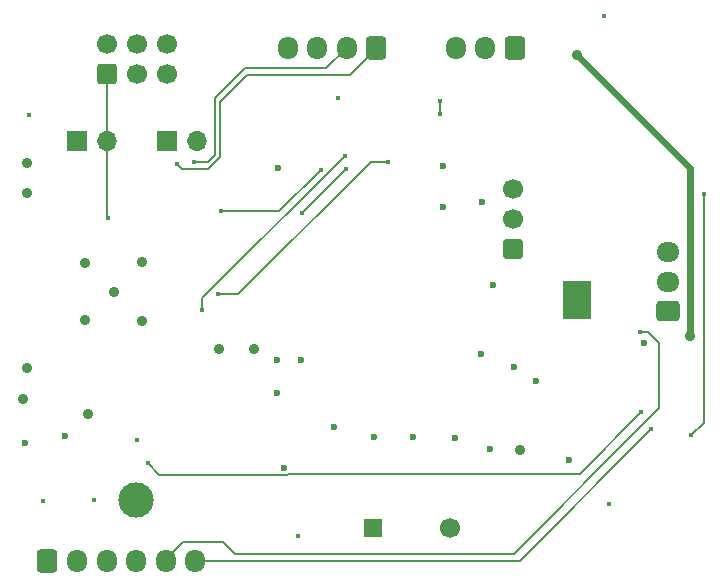
<source format=gbr>
%TF.GenerationSoftware,KiCad,Pcbnew,9.0.0-rc1*%
%TF.CreationDate,2025-03-28T12:21:10+01:00*%
%TF.ProjectId,Robobuoy-Top-Round-v2_0,526f626f-6275-46f7-992d-546f702d526f,rev?*%
%TF.SameCoordinates,Original*%
%TF.FileFunction,Copper,L4,Bot*%
%TF.FilePolarity,Positive*%
%FSLAX46Y46*%
G04 Gerber Fmt 4.6, Leading zero omitted, Abs format (unit mm)*
G04 Created by KiCad (PCBNEW 9.0.0-rc1) date 2025-03-28 12:21:10*
%MOMM*%
%LPD*%
G01*
G04 APERTURE LIST*
G04 Aperture macros list*
%AMRoundRect*
0 Rectangle with rounded corners*
0 $1 Rounding radius*
0 $2 $3 $4 $5 $6 $7 $8 $9 X,Y pos of 4 corners*
0 Add a 4 corners polygon primitive as box body*
4,1,4,$2,$3,$4,$5,$6,$7,$8,$9,$2,$3,0*
0 Add four circle primitives for the rounded corners*
1,1,$1+$1,$2,$3*
1,1,$1+$1,$4,$5*
1,1,$1+$1,$6,$7*
1,1,$1+$1,$8,$9*
0 Add four rect primitives between the rounded corners*
20,1,$1+$1,$2,$3,$4,$5,0*
20,1,$1+$1,$4,$5,$6,$7,0*
20,1,$1+$1,$6,$7,$8,$9,0*
20,1,$1+$1,$8,$9,$2,$3,0*%
G04 Aperture macros list end*
%TA.AperFunction,ComponentPad*%
%ADD10RoundRect,0.250000X0.600000X-0.600000X0.600000X0.600000X-0.600000X0.600000X-0.600000X-0.600000X0*%
%TD*%
%TA.AperFunction,ComponentPad*%
%ADD11C,1.700000*%
%TD*%
%TA.AperFunction,ComponentPad*%
%ADD12C,3.000000*%
%TD*%
%TA.AperFunction,ComponentPad*%
%ADD13R,1.700000X1.700000*%
%TD*%
%TA.AperFunction,ComponentPad*%
%ADD14O,1.700000X1.700000*%
%TD*%
%TA.AperFunction,ComponentPad*%
%ADD15R,1.650000X1.650000*%
%TD*%
%TA.AperFunction,ComponentPad*%
%ADD16RoundRect,0.250000X-0.600000X-0.725000X0.600000X-0.725000X0.600000X0.725000X-0.600000X0.725000X0*%
%TD*%
%TA.AperFunction,ComponentPad*%
%ADD17O,1.700000X1.950000*%
%TD*%
%TA.AperFunction,ComponentPad*%
%ADD18RoundRect,0.250000X0.725000X-0.600000X0.725000X0.600000X-0.725000X0.600000X-0.725000X-0.600000X0*%
%TD*%
%TA.AperFunction,ComponentPad*%
%ADD19O,1.950000X1.700000*%
%TD*%
%TA.AperFunction,ComponentPad*%
%ADD20RoundRect,0.250000X0.600000X0.725000X-0.600000X0.725000X-0.600000X-0.725000X0.600000X-0.725000X0*%
%TD*%
%TA.AperFunction,ComponentPad*%
%ADD21RoundRect,0.206250X0.618750X-0.618750X0.618750X0.618750X-0.618750X0.618750X-0.618750X-0.618750X0*%
%TD*%
%TA.AperFunction,HeatsinkPad*%
%ADD22C,0.500000*%
%TD*%
%TA.AperFunction,HeatsinkPad*%
%ADD23R,2.400000X3.200000*%
%TD*%
%TA.AperFunction,ViaPad*%
%ADD24C,0.450000*%
%TD*%
%TA.AperFunction,ViaPad*%
%ADD25C,0.900000*%
%TD*%
%TA.AperFunction,ViaPad*%
%ADD26C,0.600000*%
%TD*%
%TA.AperFunction,Conductor*%
%ADD27C,0.200000*%
%TD*%
%TA.AperFunction,Conductor*%
%ADD28C,0.600000*%
%TD*%
G04 APERTURE END LIST*
D10*
%TO.P,J101,1,Pin_1*%
%TO.N,EN*%
X-13467000Y17535500D03*
D11*
%TO.P,J101,2,Pin_2*%
%TO.N,+3.3V*%
X-13467000Y20075500D03*
%TO.P,J101,3,Pin_3*%
%TO.N,TX*%
X-10927000Y17535500D03*
%TO.P,J101,4,Pin_4*%
%TO.N,GND*%
X-10927000Y20075500D03*
%TO.P,J101,5,Pin_5*%
%TO.N,RX*%
X-8387000Y17535500D03*
%TO.P,J101,6,Pin_6*%
%TO.N,DR0*%
X-8387000Y20075500D03*
%TD*%
D12*
%TO.P,TP203,1,1*%
%TO.N,GND*%
X-11049000Y-18491200D03*
%TD*%
D13*
%TO.P,SW101,1,1*%
%TO.N,GND*%
X-8382000Y11938000D03*
D14*
%TO.P,SW101,2,2*%
%TO.N,DR0*%
X-5842000Y11938000D03*
%TD*%
D13*
%TO.P,SW102,1,1*%
%TO.N,GND*%
X-16007000Y11938000D03*
D14*
%TO.P,SW102,2,2*%
%TO.N,EN*%
X-13467000Y11938000D03*
%TD*%
D15*
%TO.P,BZ101,1,+*%
%TO.N,+3.3V*%
X9038000Y-20828000D03*
D11*
%TO.P,BZ101,2,-*%
%TO.N,Net-(BZ101--)*%
X15538000Y-20828000D03*
%TD*%
D16*
%TO.P,J103,1,Pin_1*%
%TO.N,Net-(J103-Pin_1)*%
X-18502000Y-23622000D03*
D17*
%TO.P,J103,2,Pin_2*%
%TO.N,Net-(J103-Pin_2)*%
X-16002000Y-23622000D03*
%TO.P,J103,3,Pin_3*%
%TO.N,+3.3V*%
X-13502000Y-23622000D03*
%TO.P,J103,4,Pin_4*%
%TO.N,GND*%
X-11002000Y-23622000D03*
%TO.P,J103,5,Pin_5*%
%TO.N,/CPU/ON*%
X-8502000Y-23622000D03*
%TO.P,J103,6,Pin_6*%
%TO.N,Net-(J103-Pin_6)*%
X-6002000Y-23622000D03*
%TD*%
D18*
%TO.P,J201,1,Pin_1*%
%TO.N,Vbatt*%
X34000000Y-2500000D03*
D19*
%TO.P,J201,2,Pin_2*%
%TO.N,/CPU/COM*%
X34000000Y0D03*
%TO.P,J201,3,Pin_3*%
%TO.N,GND*%
X34000000Y2500000D03*
%TD*%
D20*
%TO.P,J104,1,Pin_1*%
%TO.N,/CPU/TX_GPS*%
X9338000Y19795000D03*
D17*
%TO.P,J104,2,Pin_2*%
%TO.N,/CPU/RX_GPS*%
X6838000Y19795000D03*
%TO.P,J104,3,Pin_3*%
%TO.N,+3.3V*%
X4338000Y19795000D03*
%TO.P,J104,4,Pin_4*%
%TO.N,GND*%
X1838000Y19795000D03*
%TD*%
D21*
%TO.P,SW201,1*%
%TO.N,Vbatt*%
X20924000Y2794000D03*
D11*
%TO.P,SW201,2*%
%TO.N,Net-(R205-Pad1)*%
X20924000Y5334000D03*
%TO.P,SW201,3*%
%TO.N,unconnected-(SW201-Pad3)*%
X20924000Y7874000D03*
%TD*%
D22*
%TO.P,U201,9,PAD*%
%TO.N,GND*%
X27300000Y-2912000D03*
X27300000Y-1562000D03*
X27300000Y-212000D03*
D23*
X26350000Y-1562000D03*
D22*
X25400000Y-2912000D03*
X25400000Y-1562000D03*
X25400000Y-212000D03*
%TD*%
D20*
%TO.P,J202,1,Pin_1*%
%TO.N,Net-(D201-A)*%
X21082000Y19812000D03*
D17*
%TO.P,J202,2,Pin_2*%
%TO.N,Net-(D203-A)*%
X18582000Y19812000D03*
%TO.P,J202,3,Pin_3*%
%TO.N,GND*%
X16082000Y19812000D03*
%TD*%
D24*
%TO.N,/CPU/COM*%
X-10033000Y-15367000D03*
X31750000Y-11049000D03*
%TO.N,+3.3V*%
X14705468Y14143068D03*
D25*
X21488400Y-14224000D03*
D24*
X14706600Y15245000D03*
D25*
X26350000Y19166800D03*
X-15036800Y-11252200D03*
X35915600Y-4622800D03*
%TO.N,GND*%
X-15341600Y-3276600D03*
X-10464800Y-3302000D03*
D24*
X-14605000Y-18491200D03*
X-20066000Y14097000D03*
D26*
X18288000Y6731000D03*
X20955000Y-7239000D03*
D25*
X-20243800Y-7340600D03*
D24*
X-10896600Y-13436600D03*
D25*
X-15341600Y1600200D03*
D26*
X970000Y-6604000D03*
X970000Y-9448800D03*
D25*
X-1016000Y-5715000D03*
D26*
X32004000Y-5207000D03*
X2970000Y-6654800D03*
X18999200Y-14173200D03*
D25*
X-20243000Y7493800D03*
D24*
X28600400Y22479000D03*
X29032200Y-18872200D03*
D26*
X25654000Y-15113000D03*
X16002000Y-13208000D03*
D25*
X-3962400Y-5715000D03*
D26*
X5715000Y-12319000D03*
X-20447000Y-13639800D03*
X12446000Y-13159000D03*
X-17043400Y-13106400D03*
D24*
X-18846800Y-18567400D03*
D26*
X22860000Y-8382000D03*
D25*
X-20243000Y10006800D03*
X-12898000Y-860000D03*
D26*
X19177000Y-286000D03*
X18161000Y-6096000D03*
X14986000Y9779000D03*
X14986000Y6350000D03*
D25*
X-10490200Y1625600D03*
D26*
X9144000Y-13159000D03*
D25*
X-20612100Y-9944100D03*
D26*
X1524000Y-15748000D03*
D24*
X6121400Y15519400D03*
D26*
X1016000Y9652000D03*
D24*
X2743200Y-21564600D03*
%TO.N,EN*%
X-13411200Y5359400D03*
%TO.N,/CPU/Vsamp*%
X10325100Y10147300D03*
X-4038600Y-1066800D03*
%TO.N,Net-(D105-DOUT)*%
X36017200Y-13030200D03*
X37084000Y7391400D03*
%TO.N,/CPU/TX_GPS*%
X-7518400Y9931400D03*
%TO.N,/CPU/RX_GPS*%
X-6070600Y10109200D03*
%TO.N,/CPU/VbatEn*%
X-5410200Y-2413000D03*
X6680200Y10668000D03*
%TO.N,/CPU/RADIO_1*%
X-3784600Y5943600D03*
X4622800Y9474200D03*
%TO.N,/CPU/RADIO_2*%
X3048000Y5816600D03*
X6756400Y9525000D03*
%TO.N,/CPU/ON*%
X31623000Y-4241800D03*
%TO.N,Net-(J103-Pin_6)*%
X32562800Y-12522200D03*
%TD*%
D27*
%TO.N,/CPU/COM*%
X-10033000Y-15367000D02*
X-9906000Y-15367000D01*
X1772943Y-16349000D02*
X-9051000Y-16349000D01*
X1865943Y-16256000D02*
X1772943Y-16349000D01*
X19939000Y-16256000D02*
X1865943Y-16256000D01*
X26543000Y-16256000D02*
X19939000Y-16256000D01*
X-9051000Y-16349000D02*
X-10033000Y-15367000D01*
X31750000Y-11049000D02*
X26543000Y-16256000D01*
%TO.N,/CPU/ON*%
X33274000Y-5207000D02*
X33274000Y-10744200D01*
X33274000Y-10744200D02*
X31089600Y-12928600D01*
X31623000Y-4241800D02*
X32308800Y-4241800D01*
X32308800Y-4241800D02*
X33274000Y-5207000D01*
D28*
%TO.N,+3.3V*%
X35915600Y-4622800D02*
X35915600Y9601200D01*
D27*
X14706600Y14144200D02*
X14705468Y14143068D01*
X14706600Y15245000D02*
X14706600Y14144200D01*
D28*
X35915600Y9601200D02*
X26350000Y19166800D01*
D27*
%TO.N,EN*%
X-13467000Y5415200D02*
X-13411200Y5359400D01*
X-13467000Y17535500D02*
X-13467000Y11938000D01*
X-13467000Y11938000D02*
X-13467000Y5415200D01*
%TO.N,/CPU/Vsamp*%
X-4038600Y-1066800D02*
X-2336800Y-1066800D01*
X8877300Y10147300D02*
X10325100Y10147300D01*
X-2336800Y-1066800D02*
X8877300Y10147300D01*
%TO.N,Net-(D105-DOUT)*%
X37084000Y7391400D02*
X37084000Y-11963400D01*
X37084000Y-11963400D02*
X36017200Y-13030200D01*
%TO.N,/CPU/TX_GPS*%
X-1574800Y17449800D02*
X-3860800Y15163800D01*
X-7086600Y9499600D02*
X-7518400Y9931400D01*
X-4927600Y9499600D02*
X-7086600Y9499600D01*
X-3860800Y10566400D02*
X-4927600Y9499600D01*
X-3860800Y15163800D02*
X-3860800Y10566400D01*
X9338000Y19795000D02*
X9338000Y19701200D01*
X9338000Y19701200D02*
X7086600Y17449800D01*
X7086600Y17449800D02*
X-1574800Y17449800D01*
%TO.N,/CPU/RX_GPS*%
X-6096000Y10134600D02*
X-6070600Y10109200D01*
X-6121400Y10134600D02*
X-6096000Y10134600D01*
X5102400Y18059400D02*
X-1803400Y18059400D01*
X-1803400Y18059400D02*
X-4343400Y15519400D01*
X-4343400Y15519400D02*
X-4343400Y10744200D01*
X-4343400Y10744200D02*
X-4953000Y10134600D01*
X-4953000Y10134600D02*
X-6121400Y10134600D01*
X6838000Y19795000D02*
X5102400Y18059400D01*
%TO.N,/CPU/VbatEn*%
X-5410200Y-1422400D02*
X6680200Y10668000D01*
X-5410200Y-2413000D02*
X-5410200Y-1422400D01*
%TO.N,/CPU/RADIO_1*%
X-3784600Y5943600D02*
X1092200Y5943600D01*
X4622800Y9474200D02*
X4724400Y9575800D01*
X1092200Y5943600D02*
X4622800Y9474200D01*
%TO.N,/CPU/RADIO_2*%
X3048000Y5816600D02*
X6756400Y9525000D01*
%TO.N,/CPU/ON*%
X-7061200Y-22021800D02*
X-3657600Y-22021800D01*
X-3657600Y-22021800D02*
X-2641600Y-23037800D01*
X20980400Y-23037800D02*
X31089600Y-12928600D01*
X-2641600Y-23037800D02*
X20980400Y-23037800D01*
X-8502000Y-23462600D02*
X-7061200Y-22021800D01*
X-8502000Y-23622000D02*
X-8502000Y-23462600D01*
%TO.N,Net-(J103-Pin_6)*%
X32562800Y-12522200D02*
X21463000Y-23622000D01*
X21463000Y-23622000D02*
X-6002000Y-23622000D01*
%TD*%
M02*

</source>
